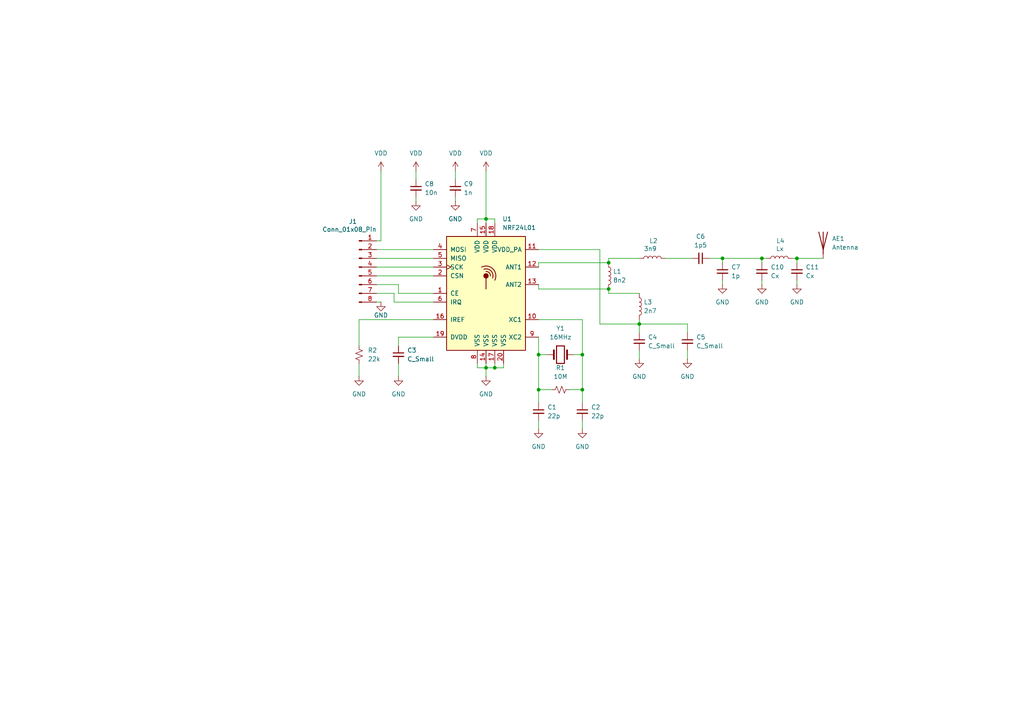
<source format=kicad_sch>
(kicad_sch (version 20231120) (generator "eeschema") (generator_version "8.0")
  (paper "A4")
  (lib_symbols
    (symbol "Connector:Conn_01x08_Pin" (pin_names (offset 1.016) hide)
      (property "Reference" "J" (at 0 10.16 0))
      (property "Value" "Conn_01x08_Pin" (at 0 -12.7 0))
      (symbol "Conn_01x08_Pin_1_1"
        (polyline (pts (xy 1.27 -10.16) (xy 0.8636 -10.16)) (stroke (width 0.1524)))
        (polyline (pts (xy 1.27 -7.62) (xy 0.8636 -7.62)) (stroke (width 0.1524)))
        (polyline (pts (xy 1.27 -5.08) (xy 0.8636 -5.08)) (stroke (width 0.1524)))
        (polyline (pts (xy 1.27 -2.54) (xy 0.8636 -2.54)) (stroke (width 0.1524)))
        (polyline (pts (xy 1.27 0) (xy 0.8636 0)) (stroke (width 0.1524)))
        (polyline (pts (xy 1.27 2.54) (xy 0.8636 2.54)) (stroke (width 0.1524)))
        (polyline (pts (xy 1.27 5.08) (xy 0.8636 5.08)) (stroke (width 0.1524)))
        (polyline (pts (xy 1.27 7.62) (xy 0.8636 7.62)) (stroke (width 0.1524)))
        (rectangle (start 0.8636 -10.033) (end 0 -10.287) (stroke (width 0.1524)) (fill (type outline)))
        (rectangle (start 0.8636 -7.493) (end 0 -7.747) (stroke (width 0.1524)) (fill (type outline)))
        (rectangle (start 0.8636 -4.953) (end 0 -5.207) (stroke (width 0.1524)) (fill (type outline)))
        (rectangle (start 0.8636 -2.413) (end 0 -2.667) (stroke (width 0.1524)) (fill (type outline)))
        (rectangle (start 0.8636 0.127) (end 0 -0.127) (stroke (width 0.1524)) (fill (type outline)))
        (rectangle (start 0.8636 2.667) (end 0 2.413) (stroke (width 0.1524)) (fill (type outline)))
        (rectangle (start 0.8636 5.207) (end 0 4.953) (stroke (width 0.1524)) (fill (type outline)))
        (rectangle (start 0.8636 7.747) (end 0 7.493) (stroke (width 0.1524)) (fill (type outline)))
        (pin passive line (at 5.08 7.62 180) (length 3.81) (name "Pin_1") (number "1"))
        (pin passive line (at 5.08 5.08 180) (length 3.81) (name "Pin_2") (number "2"))
        (pin passive line (at 5.08 2.54 180) (length 3.81) (name "Pin_3") (number "3"))
        (pin passive line (at 5.08 0 180) (length 3.81) (name "Pin_4") (number "4"))
        (pin passive line (at 5.08 -2.54 180) (length 3.81) (name "Pin_5") (number "5"))
        (pin passive line (at 5.08 -5.08 180) (length 3.81) (name "Pin_6") (number "6"))
        (pin passive line (at 5.08 -7.62 180) (length 3.81) (name "Pin_7") (number "7"))
        (pin passive line (at 5.08 -10.16 180) (length 3.81) (name "Pin_8") (number "8"))
      )
    )
    (symbol "Device:Antenna" (pin_numbers hide) (pin_names (offset 1.016) hide)
      (property "Reference" "AE" (at -1.905 1.905 0))
      (property "Value" "Antenna" (at -1.905 0 0))
      (symbol "Antenna_0_1"
        (polyline (pts (xy 0 2.54) (xy 0 -3.81)) (stroke (width 0.254)))
        (polyline (pts (xy 1.27 2.54) (xy 0 -2.54) (xy -1.27 2.54)) (stroke (width 0.254)))
      )
      (symbol "Antenna_1_1"
        (pin input line (at 0 -5.08 90) (length 2.54) (name "A") (number "1"))
      )
    )
    (symbol "Device:C_Small" (pin_numbers hide) (pin_names (offset 0.254) hide)
      (property "Reference" "C" (at 0.254 1.778 0))
      (property "Value" "C_Small" (at 0.254 -2.032 0))
      (symbol "C_Small_0_1"
        (polyline (pts (xy -1.524 -0.508) (xy 1.524 -0.508)) (stroke (width 0.3302)))
        (polyline (pts (xy -1.524 0.508) (xy 1.524 0.508)) (stroke (width 0.3048)))
      )
      (symbol "C_Small_1_1"
        (pin passive line (at 0 2.54 270) (length 2.032) (name "~") (number "1"))
        (pin passive line (at 0 -2.54 90) (length 2.032) (name "~") (number "2"))
      )
    )
    (symbol "Device:Crystal" (pin_numbers hide) (pin_names (offset 1.016) hide)
      (property "Reference" "Y" (at 0 3.81 0))
      (property "Value" "Crystal" (at 0 -3.81 0))
      (symbol "Crystal_0_1"
        (rectangle (start -1.143 2.54) (end 1.143 -2.54) (stroke (width 0.3048)))
        (polyline (pts (xy -2.54 0) (xy -1.905 0)))
        (polyline (pts (xy -1.905 -1.27) (xy -1.905 1.27)) (stroke (width 0.508)))
        (polyline (pts (xy 1.905 -1.27) (xy 1.905 1.27)) (stroke (width 0.508)))
        (polyline (pts (xy 2.54 0) (xy 1.905 0)))
      )
      (symbol "Crystal_1_1"
        (pin passive line (at -3.81 0 0) (length 1.27) (name "1") (number "1"))
        (pin passive line (at 3.81 0 180) (length 1.27) (name "2") (number "2"))
      )
    )
    (symbol "Device:L" (pin_numbers hide) (pin_names (offset 1.016) hide)
      (property "Reference" "L" (at -1.27 0 90))
      (property "Value" "L" (at 1.905 0 90))
      (symbol "L_0_1"
        (arc (start 0 -2.54) (mid 0.6323 -1.905) (end 0 -1.27))
        (arc (start 0 -1.27) (mid 0.6323 -0.635) (end 0 0))
        (arc (start 0 0) (mid 0.6323 0.635) (end 0 1.27))
        (arc (start 0 1.27) (mid 0.6323 1.905) (end 0 2.54))
      )
      (symbol "L_1_1"
        (pin passive line (at 0 3.81 270) (length 1.27) (name "1") (number "1"))
        (pin passive line (at 0 -3.81 90) (length 1.27) (name "2") (number "2"))
      )
    )
    (symbol "Device:R_Small_US" (pin_numbers hide) (pin_names (offset 0.254) hide)
      (property "Reference" "R" (at 0.762 0.508 0))
      (property "Value" "R_Small_US" (at 0.762 -1.016 0))
      (symbol "R_Small_US_1_1"
        (polyline (pts (xy 0 0) (xy 1.016 -0.381) (xy 0 -0.762) (xy -1.016 -1.143) (xy 0 -1.524)))
        (polyline (pts (xy 0 1.524) (xy 1.016 1.143) (xy 0 0.762) (xy -1.016 0.381) (xy 0 0)))
        (pin passive line (at 0 2.54 270) (length 1.016) (name "~") (number "1"))
        (pin passive line (at 0 -2.54 90) (length 1.016) (name "~") (number "2"))
      )
    )
    (symbol "RF:NRF24L01" (pin_names (offset 1.016))
      (property "Reference" "U" (at -11.43 17.78 0))
      (property "Value" "NRF24L01" (at 5.08 17.78 0))
      (symbol "NRF24L01_0_1"
        (rectangle (start -11.43 16.51) (end 11.43 -16.51) (stroke (width 0.254)) (fill (type background)))
        (polyline (pts (xy 0 4.445) (xy 0 1.27)) (stroke (width 0.254)))
        (circle (center 0 5.08) (radius 0.635) (stroke (width 0.254)) (fill (type outline)))
        (arc (start 1.27 5.08) (mid 0.9071 5.9946) (end 0 6.35) (stroke (width 0.254)))
        (arc (start 1.905 4.445) (mid 1.4313 6.5254) (end -0.635 6.985) (stroke (width 0.254)))
        (arc (start 2.54 3.81) (mid 2.008 7.088) (end -1.27 7.62) (stroke (width 0.254)))
        (rectangle (start 11.43 -13.97) (end 11.43 -13.97))
      )
      (symbol "NRF24L01_1_1"
        (pin input line (at -15.24 0 0) (length 3.81) (name "CE") (number "1"))
        (pin passive line (at 15.24 -7.62 180) (length 3.81) (name "XC1") (number "10"))
        (pin power_out line (at 15.24 12.7 180) (length 3.81) (name "VDD_PA") (number "11"))
        (pin passive line (at 15.24 7.62 180) (length 3.81) (name "ANT1") (number "12"))
        (pin passive line (at 15.24 2.54 180) (length 3.81) (name "ANT2") (number "13"))
        (pin power_in line (at 0 -20.32 90) (length 3.81) (name "VSS") (number "14"))
        (pin power_in line (at 0 20.32 270) (length 3.81) (name "VDD") (number "15"))
        (pin passive line (at -15.24 -7.62 0) (length 3.81) (name "IREF") (number "16"))
        (pin power_in line (at 2.54 -20.32 90) (length 3.81) (name "VSS") (number "17"))
        (pin power_in line (at 2.54 20.32 270) (length 3.81) (name "VDD") (number "18"))
        (pin power_out line (at -15.24 -12.7 0) (length 3.81) (name "DVDD") (number "19"))
        (pin input line (at -15.24 5.08 0) (length 3.81) (name "CSN") (number "2"))
        (pin power_in line (at 5.08 -20.32 90) (length 3.81) (name "VSS") (number "20"))
        (pin input clock (at -15.24 7.62 0) (length 3.81) (name "SCK") (number "3"))
        (pin input line (at -15.24 12.7 0) (length 3.81) (name "MOSI") (number "4"))
        (pin output line (at -15.24 10.16 0) (length 3.81) (name "MISO") (number "5"))
        (pin output line (at -15.24 -2.54 0) (length 3.81) (name "IRQ") (number "6"))
        (pin power_in line (at -2.54 20.32 270) (length 3.81) (name "VDD") (number "7"))
        (pin power_in line (at -2.54 -20.32 90) (length 3.81) (name "VSS") (number "8"))
        (pin passive line (at 15.24 -12.7 180) (length 3.81) (name "XC2") (number "9"))
      )
    )
    (symbol "power:GND" (power) (pin_numbers hide) (pin_names (offset 0) hide)
      (property "Value" "GND" (at 0 -3.81 0))
      (symbol "GND_0_1"
        (polyline (pts (xy 0 0) (xy 0 -1.27) (xy 1.27 -1.27) (xy 0 -2.54) (xy -1.27 -1.27) (xy 0 -1.27)))
      )
      (symbol "GND_1_1"
        (pin power_in line (at 0 0 270) (length 0) (name "~") (number "1"))
      )
    )
    (symbol "power:VDD" (power) (pin_numbers hide) (pin_names (offset 0) hide)
      (property "Value" "VDD" (at 0 3.556 0))
      (symbol "VDD_0_1"
        (polyline (pts (xy -0.762 1.27) (xy 0 2.54)))
        (polyline (pts (xy 0 0) (xy 0 2.54)))
        (polyline (pts (xy 0 2.54) (xy 0.762 1.27)))
      )
      (symbol "VDD_1_1"
        (pin power_in line (at 0 0 90) (length 0) (name "~") (number "1"))
      )
    )
  )
  (junction (at 220.98 74.93))
  (junction (at 209.55 74.93))
  (junction (at 140.97 63.5))
  (junction (at 156.21 113.03))
  (junction (at 168.91 102.87))
  (junction (at 231.14 74.93))
  (junction (at 176.53 83.82))
  (junction (at 140.97 106.68))
  (junction (at 176.53 76.2))
  (junction (at 168.91 113.03))
  (junction (at 143.51 106.68))
  (junction (at 185.42 93.98))
  (junction (at 156.21 102.87))
  (wire (pts (xy 156.21 83.82) (xy 176.53 83.82)))
  (wire (pts (xy 115.57 82.55) (xy 115.57 85.09)))
  (wire (pts (xy 138.43 105.41) (xy 138.43 106.68)))
  (wire (pts (xy 156.21 92.71) (xy 168.91 92.71)))
  (wire (pts (xy 173.99 72.39) (xy 173.99 93.98)))
  (wire (pts (xy 176.53 74.93) (xy 176.53 76.2)))
  (wire (pts (xy 109.22 85.09) (xy 114.3 85.09)))
  (wire (pts (xy 115.57 97.79) (xy 125.73 97.79)))
  (wire (pts (xy 199.39 96.52) (xy 199.39 93.98)))
  (wire (pts (xy 209.55 74.93) (xy 209.55 76.2)))
  (wire (pts (xy 168.91 121.92) (xy 168.91 124.46)))
  (wire (pts (xy 209.55 74.93) (xy 220.98 74.93)))
  (wire (pts (xy 166.37 102.87) (xy 168.91 102.87)))
  (wire (pts (xy 185.42 93.98) (xy 185.42 96.52)))
  (wire (pts (xy 146.05 105.41) (xy 146.05 106.68)))
  (wire (pts (xy 199.39 101.6) (xy 199.39 104.14)))
  (wire (pts (xy 185.42 85.09) (xy 176.53 85.09)))
  (wire (pts (xy 115.57 85.09) (xy 125.73 85.09)))
  (wire (pts (xy 140.97 105.41) (xy 140.97 106.68)))
  (wire (pts (xy 132.08 49.53) (xy 132.08 52.07)))
  (wire (pts (xy 109.22 69.85) (xy 110.49 69.85)))
  (wire (pts (xy 109.22 82.55) (xy 115.57 82.55)))
  (wire (pts (xy 220.98 74.93) (xy 222.25 74.93)))
  (wire (pts (xy 132.08 57.15) (xy 132.08 58.42)))
  (wire (pts (xy 185.42 92.71) (xy 185.42 93.98)))
  (wire (pts (xy 109.22 74.93) (xy 125.73 74.93)))
  (wire (pts (xy 156.21 77.47) (xy 156.21 76.2)))
  (wire (pts (xy 231.14 74.93) (xy 229.87 74.93)))
  (wire (pts (xy 104.14 92.71) (xy 125.73 92.71)))
  (wire (pts (xy 156.21 82.55) (xy 156.21 83.82)))
  (wire (pts (xy 156.21 121.92) (xy 156.21 124.46)))
  (wire (pts (xy 140.97 63.5) (xy 143.51 63.5)))
  (wire (pts (xy 140.97 106.68) (xy 140.97 109.22)))
  (wire (pts (xy 109.22 80.01) (xy 125.73 80.01)))
  (wire (pts (xy 185.42 74.93) (xy 176.53 74.93)))
  (wire (pts (xy 168.91 113.03) (xy 165.1 113.03)))
  (wire (pts (xy 143.51 106.68) (xy 140.97 106.68)))
  (wire (pts (xy 109.22 87.63) (xy 110.49 87.63)))
  (wire (pts (xy 109.22 72.39) (xy 125.73 72.39)))
  (wire (pts (xy 104.14 92.71) (xy 104.14 100.33)))
  (wire (pts (xy 143.51 64.77) (xy 143.51 63.5)))
  (wire (pts (xy 209.55 81.28) (xy 209.55 82.55)))
  (wire (pts (xy 220.98 74.93) (xy 220.98 76.2)))
  (wire (pts (xy 173.99 93.98) (xy 185.42 93.98)))
  (wire (pts (xy 231.14 81.28) (xy 231.14 82.55)))
  (wire (pts (xy 168.91 92.71) (xy 168.91 102.87)))
  (wire (pts (xy 120.65 49.53) (xy 120.65 52.07)))
  (wire (pts (xy 168.91 102.87) (xy 168.91 113.03)))
  (wire (pts (xy 156.21 113.03) (xy 156.21 116.84)))
  (wire (pts (xy 156.21 102.87) (xy 156.21 113.03)))
  (wire (pts (xy 138.43 63.5) (xy 140.97 63.5)))
  (wire (pts (xy 156.21 102.87) (xy 158.75 102.87)))
  (wire (pts (xy 109.22 77.47) (xy 125.73 77.47)))
  (wire (pts (xy 205.74 74.93) (xy 209.55 74.93)))
  (wire (pts (xy 231.14 74.93) (xy 238.76 74.93)))
  (wire (pts (xy 115.57 105.41) (xy 115.57 109.22)))
  (wire (pts (xy 114.3 85.09) (xy 114.3 87.63)))
  (wire (pts (xy 140.97 63.5) (xy 140.97 64.77)))
  (wire (pts (xy 156.21 97.79) (xy 156.21 102.87)))
  (wire (pts (xy 114.3 87.63) (xy 125.73 87.63)))
  (wire (pts (xy 120.65 57.15) (xy 120.65 58.42)))
  (wire (pts (xy 146.05 106.68) (xy 143.51 106.68)))
  (wire (pts (xy 185.42 101.6) (xy 185.42 104.14)))
  (wire (pts (xy 220.98 81.28) (xy 220.98 82.55)))
  (wire (pts (xy 138.43 64.77) (xy 138.43 63.5)))
  (wire (pts (xy 176.53 85.09) (xy 176.53 83.82)))
  (wire (pts (xy 104.14 105.41) (xy 104.14 109.22)))
  (wire (pts (xy 156.21 76.2) (xy 176.53 76.2)))
  (wire (pts (xy 193.04 74.93) (xy 200.66 74.93)))
  (wire (pts (xy 185.42 93.98) (xy 199.39 93.98)))
  (wire (pts (xy 156.21 72.39) (xy 173.99 72.39)))
  (wire (pts (xy 143.51 105.41) (xy 143.51 106.68)))
  (wire (pts (xy 115.57 100.33) (xy 115.57 97.79)))
  (wire (pts (xy 138.43 106.68) (xy 140.97 106.68)))
  (wire (pts (xy 156.21 113.03) (xy 160.02 113.03)))
  (wire (pts (xy 110.49 69.85) (xy 110.49 49.53)))
  (wire (pts (xy 140.97 49.53) (xy 140.97 63.5)))
  (wire (pts (xy 231.14 76.2) (xy 231.14 74.93)))
  (wire (pts (xy 168.91 116.84) (xy 168.91 113.03)))
  (symbol (lib_id "power:GND") (at 110.49 87.63 0) (unit 1)
    (property "Reference" "#PWR06" (effects (hide yes)))
    (property "Value" "GND" (at 110.49 91.44 0))
    (property "Description" "Power symbol creates a global label with name \"GND\" , ground" (effects (hide yes)))
  )
  (symbol (lib_id "power:GND") (at 231.14 82.55 0) (unit 1)
    (property "Reference" "#PWR017" (effects (hide yes)))
    (property "Value" "GND" (at 231.14 87.63 0))
    (property "Description" "Power symbol creates a global label with name \"GND\" , ground" (effects (hide yes)))
  )
  (symbol (lib_id "Device:C_Small") (at 231.14 78.74 0) (unit 1)
    (property "Reference" "C11" (at 233.68 77.4762 0) (effects (justify left)))
    (property "Value" "Cx" (at 233.68 80.0162 0) (effects (justify left)))
    (property "Footprint" "Capacitor_SMD:C_0402_1005Metric" (effects (hide yes)))
    (property "Description" "Unpolarized capacitor, small symbol" (effects (hide yes)))
  )
  (symbol (lib_id "Device:R_Small_US") (at 104.14 102.87 0) (unit 1)
    (property "Reference" "R2" (at 106.68 101.5999 0) (effects (justify left)))
    (property "Value" "22k" (at 106.68 104.1399 0) (effects (justify left)))
    (property "Footprint" "Resistor_SMD:R_0402_1005Metric" (effects (hide yes)))
    (property "Description" "Resistor, small US symbol" (effects (hide yes)))
  )
  (symbol (lib_id "power:GND") (at 115.57 109.22 0) (unit 1)
    (property "Reference" "#PWR08" (effects (hide yes)))
    (property "Value" "GND" (at 115.57 114.3 0))
    (property "Description" "Power symbol creates a global label with name \"GND\" , ground" (effects (hide yes)))
  )
  (symbol (lib_id "Device:C_Small") (at 199.39 99.06 0) (unit 1)
    (property "Reference" "C5" (at 201.93 97.7962 0) (effects (justify left)))
    (property "Value" "C_Small" (at 201.93 100.3362 0) (effects (justify left)))
    (property "Footprint" "Capacitor_SMD:C_0402_1005Metric" (effects (hide yes)))
    (property "Description" "Unpolarized capacitor, small symbol" (effects (hide yes)))
  )
  (symbol (lib_id "Device:Crystal") (at 162.56 102.87 0) (unit 1)
    (property "Reference" "Y1" (at 162.56 95.25 0))
    (property "Value" "16MHz" (at 162.56 97.79 0))
    (property "Footprint" "Crystal:Crystal_SMD_3215-2Pin_3.2x1.5mm" (effects (hide yes)))
    (property "Description" "Two pin crystal" (effects (hide yes)))
  )
  (symbol (lib_id "Device:C_Small") (at 185.42 99.06 0) (unit 1)
    (property "Reference" "C4" (at 187.96 97.7962 0) (effects (justify left)))
    (property "Value" "C_Small" (at 187.96 100.3362 0) (effects (justify left)))
    (property "Footprint" "Capacitor_SMD:C_0402_1005Metric" (effects (hide yes)))
    (property "Description" "Unpolarized capacitor, small symbol" (effects (hide yes)))
  )
  (symbol (lib_id "power:VDD") (at 132.08 49.53 0) (unit 1)
    (property "Reference" "#PWR015" (effects (hide yes)))
    (property "Value" "VDD" (at 132.08 44.45 0))
    (property "Description" "Power symbol creates a global label with name \"VDD\"" (effects (hide yes)))
  )
  (symbol (lib_id "power:GND") (at 156.21 124.46 0) (unit 1)
    (property "Reference" "#PWR03" (effects (hide yes)))
    (property "Value" "GND" (at 156.21 129.54 0))
    (property "Description" "Power symbol creates a global label with name \"GND\" , ground" (effects (hide yes)))
  )
  (symbol (lib_id "power:GND") (at 185.42 104.14 0) (unit 1)
    (property "Reference" "#PWR09" (effects (hide yes)))
    (property "Value" "GND" (at 185.42 109.22 0))
    (property "Description" "Power symbol creates a global label with name \"GND\" , ground" (effects (hide yes)))
  )
  (symbol (lib_id "power:GND") (at 220.98 82.55 0) (unit 1)
    (property "Reference" "#PWR016" (effects (hide yes)))
    (property "Value" "GND" (at 220.98 87.63 0))
    (property "Description" "Power symbol creates a global label with name \"GND\" , ground" (effects (hide yes)))
  )
  (symbol (lib_id "power:GND") (at 140.97 109.22 0) (unit 1)
    (property "Reference" "#PWR01" (effects (hide yes)))
    (property "Value" "GND" (at 140.97 114.3 0))
    (property "Description" "Power symbol creates a global label with name \"GND\" , ground" (effects (hide yes)))
  )
  (symbol (lib_id "power:VDD") (at 110.49 49.53 0) (unit 1)
    (property "Reference" "#PWR07" (effects (hide yes)))
    (property "Value" "VDD" (at 110.49 44.45 0))
    (property "Description" "Power symbol creates a global label with name \"VDD\"" (effects (hide yes)))
  )
  (symbol (lib_id "Device:C_Small") (at 209.55 78.74 0) (unit 1)
    (property "Reference" "C7" (at 212.09 77.4762 0) (effects (justify left)))
    (property "Value" "1p" (at 212.09 80.0162 0) (effects (justify left)))
    (property "Footprint" "Capacitor_SMD:C_0402_1005Metric" (effects (hide yes)))
    (property "Description" "Unpolarized capacitor, small symbol" (effects (hide yes)))
  )
  (symbol (lib_id "Device:R_Small_US") (at 162.56 113.03 270) (unit 1)
    (property "Reference" "R1" (at 162.56 106.68 90))
    (property "Value" "10M" (at 162.56 109.22 90))
    (property "Footprint" "Resistor_SMD:R_0402_1005Metric" (effects (hide yes)))
    (property "Description" "Resistor, small US symbol" (effects (hide yes)))
  )
  (symbol (lib_id "Device:C_Small") (at 132.08 54.61 0) (unit 1)
    (property "Reference" "C9" (at 134.5048 53.3462 0) (effects (justify left)))
    (property "Value" "1n" (at 134.5048 55.8862 0) (effects (justify left)))
    (property "Footprint" "Capacitor_SMD:C_0402_1005Metric" (effects (hide yes)))
    (property "Description" "Unpolarized capacitor, small symbol" (effects (hide yes)))
  )
  (symbol (lib_id "Device:C_Small") (at 120.65 54.61 0) (unit 1)
    (property "Reference" "C8" (at 123.169 53.3462 0) (effects (justify left)))
    (property "Value" "10n" (at 123.169 55.8862 0) (effects (justify left)))
    (property "Footprint" "Capacitor_SMD:C_0402_1005Metric" (effects (hide yes)))
    (property "Description" "Unpolarized capacitor, small symbol" (effects (hide yes)))
  )
  (symbol (lib_id "power:VDD") (at 120.65 49.53 0) (unit 1)
    (property "Reference" "#PWR014" (effects (hide yes)))
    (property "Value" "VDD" (at 120.65 44.45 0))
    (property "Description" "Power symbol creates a global label with name \"VDD\"" (effects (hide yes)))
  )
  (symbol (lib_id "Device:L") (at 189.23 74.93 90) (unit 1)
    (property "Reference" "L2" (at 190.754 69.85 90) (effects (justify left)))
    (property "Value" "3n9" (at 190.5 72.136 90) (effects (justify left)))
    (property "Footprint" "Inductor_SMD:L_0402_1005Metric" (effects (hide yes)))
    (property "Description" "Inductor" (effects (hide yes)))
  )
  (symbol (lib_id "Device:L") (at 226.06 74.93 90) (unit 1)
    (property "Reference" "L4" (at 227.584 69.85 90) (effects (justify left)))
    (property "Value" "Lx" (at 227.33 72.136 90) (effects (justify left)))
    (property "Footprint" "Inductor_SMD:L_0402_1005Metric" (effects (hide yes)))
    (property "Description" "Inductor" (effects (hide yes)))
  )
  (symbol (lib_id "power:GND") (at 104.14 109.22 0) (unit 1)
    (property "Reference" "#PWR05" (effects (hide yes)))
    (property "Value" "GND" (at 104.14 114.3 0))
    (property "Description" "Power symbol creates a global label with name \"GND\" , ground" (effects (hide yes)))
  )
  (symbol (lib_id "Device:C_Small") (at 168.91 119.38 0) (unit 1)
    (property "Reference" "C2" (at 171.45 118.1162 0) (effects (justify left)))
    (property "Value" "22p" (at 171.45 120.6562 0) (effects (justify left)))
    (property "Footprint" "Capacitor_SMD:C_0402_1005Metric" (effects (hide yes)))
    (property "Description" "Unpolarized capacitor, small symbol" (effects (hide yes)))
  )
  (symbol (lib_id "power:GND") (at 168.91 124.46 0) (unit 1)
    (property "Reference" "#PWR04" (effects (hide yes)))
    (property "Value" "GND" (at 168.91 129.54 0))
    (property "Description" "Power symbol creates a global label with name \"GND\" , ground" (effects (hide yes)))
  )
  (symbol (lib_id "RF:NRF24L01") (at 140.97 85.09 0) (unit 1)
    (property "Reference" "U1" (at 145.7041 63.5 0) (effects (justify left)))
    (property "Value" "NRF24L01" (at 145.7041 66.04 0) (effects (justify left)))
    (property "Footprint" "Package_DFN_QFN:QFN-20-1EP_4x4mm_P0.5mm_EP2.5x2.5mm" (effects (hide yes)))
    (property "Datasheet" "http://www.nordicsemi.com/eng/content/download/2730/34105/file/nRF24L01_Product_Specification_v2_0.pdf" (effects (hide yes)))
    (property "Description" "Ultra low power 2.4GHz RF Transceiver, QFN-20" (effects (hide yes)))
  )
  (symbol (lib_id "power:GND") (at 132.08 58.42 0) (unit 1)
    (property "Reference" "#PWR013" (effects (hide yes)))
    (property "Value" "GND" (at 132.08 63.5 0))
    (property "Description" "Power symbol creates a global label with name \"GND\" , ground" (effects (hide yes)))
  )
  (symbol (lib_id "Device:C_Small") (at 203.2 74.93 270) (unit 1)
    (property "Reference" "C6" (at 203.1936 68.58 90))
    (property "Value" "1p5" (at 203.1936 71.12 90))
    (property "Footprint" "Capacitor_SMD:C_0402_1005Metric" (effects (hide yes)))
    (property "Description" "Unpolarized capacitor, small symbol" (effects (hide yes)))
  )
  (symbol (lib_id "Device:L") (at 176.53 80.01 0) (unit 1)
    (property "Reference" "L1" (at 177.8 78.7399 0) (effects (justify left)))
    (property "Value" "8n2" (at 177.8 81.2799 0) (effects (justify left)))
    (property "Footprint" "Inductor_SMD:L_0402_1005Metric" (effects (hide yes)))
    (property "Description" "Inductor" (effects (hide yes)))
  )
  (symbol (lib_id "Device:C_Small") (at 220.98 78.74 0) (unit 1)
    (property "Reference" "C10" (at 223.52 77.4762 0) (effects (justify left)))
    (property "Value" "Cx" (at 223.52 80.0162 0) (effects (justify left)))
    (property "Footprint" "Capacitor_SMD:C_0402_1005Metric" (effects (hide yes)))
    (property "Description" "Unpolarized capacitor, small symbol" (effects (hide yes)))
  )
  (symbol (lib_id "Device:L") (at 185.42 88.9 0) (unit 1)
    (property "Reference" "L3" (at 186.69 87.6299 0) (effects (justify left)))
    (property "Value" "2n7" (at 186.69 90.1699 0) (effects (justify left)))
    (property "Footprint" "Inductor_SMD:L_0402_1005Metric" (effects (hide yes)))
    (property "Description" "Inductor" (effects (hide yes)))
  )
  (symbol (lib_id "Connector:Conn_01x08_Pin") (at 104.14 77.47 0) (unit 1)
    (property "Reference" "J1" (at 102.362 64.262 0))
    (property "Value" "Conn_01x08_Pin" (at 101.346 66.548 0))
    (property "Footprint" "Connector_Hirose:Hirose_DF13-08P-1.25DSA_1x08_P1.25mm_Vertical" (effects (hide yes)))
    (property "Description" "Generic connector, single row, 01x08, script generated" (effects (hide yes)))
  )
  (symbol (lib_id "power:VDD") (at 140.97 49.53 0) (unit 1)
    (property "Reference" "#PWR02" (effects (hide yes)))
    (property "Value" "VDD" (at 140.97 44.45 0))
    (property "Description" "Power symbol creates a global label with name \"VDD\"" (effects (hide yes)))
  )
  (symbol (lib_id "power:GND") (at 120.65 58.42 0) (unit 1)
    (property "Reference" "#PWR012" (effects (hide yes)))
    (property "Value" "GND" (at 120.65 63.5 0))
    (property "Description" "Power symbol creates a global label with name \"GND\" , ground" (effects (hide yes)))
  )
  (symbol (lib_id "power:GND") (at 199.39 104.14 0) (unit 1)
    (property "Reference" "#PWR010" (effects (hide yes)))
    (property "Value" "GND" (at 199.39 109.22 0))
    (property "Description" "Power symbol creates a global label with name \"GND\" , ground" (effects (hide yes)))
  )
  (symbol (lib_id "Device:C_Small") (at 115.57 102.87 0) (unit 1)
    (property "Reference" "C3" (at 118.11 101.6062 0) (effects (justify left)))
    (property "Value" "C_Small" (at 118.11 104.1462 0) (effects (justify left)))
    (property "Footprint" "Capacitor_SMD:C_0402_1005Metric" (effects (hide yes)))
    (property "Description" "Unpolarized capacitor, small symbol" (effects (hide yes)))
  )
  (symbol (lib_id "Device:C_Small") (at 156.21 119.38 0) (unit 1)
    (property "Reference" "C1" (at 158.75 118.1162 0) (effects (justify left)))
    (property "Value" "22p" (at 158.75 120.6562 0) (effects (justify left)))
    (property "Footprint" "Capacitor_SMD:C_0402_1005Metric" (effects (hide yes)))
    (property "Description" "Unpolarized capacitor, small symbol" (effects (hide yes)))
  )
  (symbol (lib_id "power:GND") (at 209.55 82.55 0) (unit 1)
    (property "Reference" "#PWR011" (effects (hide yes)))
    (property "Value" "GND" (at 209.55 87.63 0))
    (property "Description" "Power symbol creates a global label with name \"GND\" , ground" (effects (hide yes)))
  )
  (symbol (lib_id "Device:Antenna") (at 238.76 69.85 0) (unit 1)
    (property "Reference" "AE1" (at 241.3 69.2149 0) (effects (justify left)))
    (property "Value" "Antenna" (at 241.3 71.7549 0) (effects (justify left)))
    (property "Footprint" "RF_Antenna:Texas_SWRA117D_2.4GHz_Right" (effects (hide yes)))
    (property "Description" "Antenna" (effects (hide yes)))
  )
)
</source>
